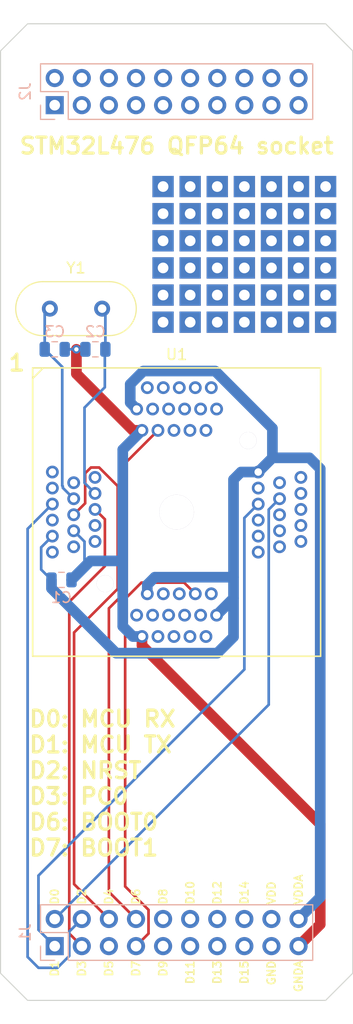
<source format=kicad_pcb>
(kicad_pcb (version 20240108) (generator "pcbnew") (generator_version "8.0")
  (title_block (title "Scaffold STM32F205 daughterboard") (date "2019-07-22") (company "LEDGER SAS") (comment 1 "Under LGPL v3 license"))
  (layers (0 "F.Cu" signal) (31 "B.Cu" signal) (34 "B.Paste" user) (35 "F.Paste" user) (36 "B.SilkS" user "B.Silkscreen") (37 "F.SilkS" user "F.Silkscreen") (38 "B.Mask" user) (39 "F.Mask" user) (44 "Edge.Cuts" user))
  (net 0 "")
  (net 1 "Net-(U1-PH0)")
  (net 2 "Net-(U1-PH1)")
  (net 4 "/D4_MCU_PC1")
  (net 10 "/D6_BOOT0")
  (net 11 "GNDA")
  (net 14 "+3V3")
  (net 22 "/D7_BOOT1")
  (net 29 "/D1_MCU_TX")
  (net 36 "/D0_MCU_RX")
  (net 49 "/D2_NRST")
  (net 52 "/D3_MCU_PC0")
  (net 68 "GND")
  (net 129 "/D10_MCU_TX")
  (net 130 "/D9_MCU_RX")
  (footprint "mykicadlibs:ALLSOCKET-QFP64" (layer "F.Cu") (at 171.45 83.82 180)
    (property "Reference" "U1" (at 0 14.75 180) (layer "F.SilkS"))
    (property "Value" "STM32L476RG")
    (fp_line (start 13.5 13.5) (end -13.5 13.5) (stroke (width 0.15)) (layer "F.SilkS"))
    (fp_line (start 13.5 12.5) (end 12.5 13.5) (stroke (width 0.15)) (layer "F.SilkS"))
    (fp_line (start 13.5 -13.5) (end 13.5 13.5) (stroke (width 0.15)) (layer "F.SilkS"))
    (fp_line (start -13.5 13.5) (end -13.5 -13.5) (stroke (width 0.15)) (layer "F.SilkS"))
    (fp_line (start -13.5 -13.5) (end 13.5 -13.5) (stroke (width 0.15)) (layer "F.SilkS"))
    (pad "1" thru_hole circle (at 11.65 3.75 180) (size 1.2 1.2) (drill 0.7) (layers "*.Cu" "*.Mask"))
    (pad "2" thru_hole circle (at 7.65 3.25 180) (size 1.2 1.2) (drill 0.7) (layers "*.Cu" "*.Mask"))
    (pad "3" thru_hole circle (at 9.65 2.75 180) (size 1.2 1.2) (drill 0.7) (layers "*.Cu" "*.Mask"))
    (pad "4" thru_hole circle (at 11.65 2.25 180) (size 1.2 1.2) (drill 0.7) (layers "*.Cu" "*.Mask"))
    (pad "5" thru_hole circle (at 7.65 1.75 180) (size 1.2 1.2) (drill 0.7) (layers "*.Cu" "*.Mask") (net 1 "Net-(U1-PH0)"))
    (pad "6" thru_hole circle (at 9.65 1.25 180) (size 1.2 1.2) (drill 0.7) (layers "*.Cu" "*.Mask") (net 2 "Net-(U1-PH1)"))
    (pad "7" thru_hole circle (at 11.65 0.75 180) (size 1.2 1.2) (drill 0.7) (layers "*.Cu" "*.Mask") (net 49 "/D2_NRST"))
    (pad "8" thru_hole circle (at 7.65 0.25 180) (size 1.2 1.2) (drill 0.7) (layers "*.Cu" "*.Mask") (net 52 "/D3_MCU_PC0"))
    (pad "9" thru_hole circle (at 9.65 -0.25 180) (size 1.2 1.2) (drill 0.7) (layers "*.Cu" "*.Mask") (net 4 "/D4_MCU_PC1"))
    (pad "10" thru_hole circle (at 11.65 -0.75 180) (size 1.2 1.2) (drill 0.7) (layers "*.Cu" "*.Mask"))
    (pad "11" thru_hole circle (at 7.65 -1.25 180) (size 1.2 1.2) (drill 0.7) (layers "*.Cu" "*.Mask"))
    (pad "12" thru_hole circle (at 9.65 -1.75 180) (size 1.2 1.2) (drill 0.7) (layers "*.Cu" "*.Mask") (net 11 "GNDA"))
    (pad "13" thru_hole circle (at 11.65 -2.25 180) (size 1.2 1.2) (drill 0.7) (layers "*.Cu" "*.Mask") (net 14 "+3V3"))
    (pad "14" thru_hole circle (at 7.65 -2.75 180) (size 1.2 1.2) (drill 0.7) (layers "*.Cu" "*.Mask"))
    (pad "15" thru_hole circle (at 9.65 -3.25 180) (size 1.2 1.2) (drill 0.7) (layers "*.Cu" "*.Mask"))
    (pad "16" thru_hole circle (at 11.65 -3.75 180) (size 1.2 1.2) (drill 0.7) (layers "*.Cu" "*.Mask"))
    (pad "17" thru_hole circle (at 3.75 -9.65 180) (size 1.2 1.2) (drill 0.7) (layers "*.Cu" "*.Mask"))
    (pad "18" thru_hole circle (at 3.25 -11.65 180) (size 1.2 1.2) (drill 0.7) (layers "*.Cu" "*.Mask") (net 11 "GNDA"))
    (pad "19" thru_hole circle (at 2.75 -7.65 180) (size 1.2 1.2) (drill 0.7) (layers "*.Cu" "*.Mask") (net 14 "+3V3"))
    (pad "20" thru_hole circle (at 2.25 -9.65 180) (size 1.2 1.2) (drill 0.7) (layers "*.Cu" "*.Mask"))
    (pad "21" thru_hole circle (at 1.75 -11.65 180) (size 1.2 1.2) (drill 0.7) (layers "*.Cu" "*.Mask"))
    (pad "22" thru_hole circle (at 1.25 -7.65 180) (size 1.2 1.2) (drill 0.7) (layers "*.Cu" "*.Mask"))
    (pad "23" thru_hole circle (at 0.75 -9.65 180) (size 1.2 1.2) (drill 0.7) (layers "*.Cu" "*.Mask"))
    (pad "24" thru_hole circle (at 0.25 -11.65 180) (size 1.2 1.2) (drill 0.7) (layers "*.Cu" "*.Mask"))
    (pad "25" thru_hole circle (at -0.25 -7.65 180) (size 1.2 1.2) (drill 0.7) (layers "*.Cu" "*.Mask"))
    (pad "26" thru_hole circle (at -0.75 -9.65 180) (size 1.2 1.2) (drill 0.7) (layers "*.Cu" "*.Mask"))
    (pad "27" thru_hole circle (at -1.25 -11.65 180) (size 1.2 1.2) (drill 0.7) (layers "*.Cu" "*.Mask"))
    (pad "28" thru_hole circle (at -1.75 -7.65 180) (size 1.2 1.2) (drill 0.7) (layers "*.Cu" "*.Mask") (net 22 "/D7_BOOT1"))
    (pad "29" thru_hole circle (at -2.25 -9.65 180) (size 1.2 1.2) (drill 0.7) (layers "*.Cu" "*.Mask"))
    (pad "30" thru_hole circle (at -2.75 -11.65 180) (size 1.2 1.2) (drill 0.7) (layers "*.Cu" "*.Mask"))
    (pad "31" thru_hole circle (at -3.25 -7.65 180) (size 1.2 1.2) (drill 0.7) (layers "*.Cu" "*.Mask"))
    (pad "32" thru_hole circle (at -3.75 -9.65 180) (size 1.2 1.2) (drill 0.7) (layers "*.Cu" "*.Mask") (net 14 "+3V3"))
    (pad "33" thru_hole circle (at -7.65 -3.75 180) (size 1.2 1.2) (drill 0.7) (layers "*.Cu" "*.Mask"))
    (pad "34" thru_hole circle (at -9.65 -3.25 180) (size 1.2 1.2) (drill 0.7) (layers "*.Cu" "*.Mask"))
    (pad "35" thru_hole circle (at -11.65 -2.75 180) (size 1.2 1.2) (drill 0.7) (layers "*.Cu" "*.Mask"))
    (pad "36" thru_hole circle (at -7.65 -2.25 180) (size 1.2 1.2) (drill 0.7) (layers "*.Cu" "*.Mask"))
    (pad "37" thru_hole circle (at -9.65 -1.75 180) (size 1.2 1.2) (drill 0.7) (layers "*.Cu" "*.Mask"))
    (pad "38" thru_hole circle (at -11.65 -1.25 180) (size 1.2 1.2) (drill 0.7) (layers "*.Cu" "*.Mask"))
    (pad "39" thru_hole circle (at -7.65 -0.75 180) (size 1.2 1.2) (drill 0.7) (layers "*.Cu" "*.Mask"))
    (pad "40" thru_hole circle (at -9.65 -0.25 180) (size 1.2 1.2) (drill 0.7) (layers "*.Cu" "*.Mask"))
    (pad "41" thru_hole circle (at -11.65 0.25 180) (size 1.2 1.2) (drill 0.7) (layers "*.Cu" "*.Mask"))
    (pad "42" thru_hole circle (at -7.65 0.75 180) (size 1.2 1.2) (drill 0.7) (layers "*.Cu" "*.Mask") (net 29 "/D1_MCU_TX"))
    (pad "43" thru_hole circle (at -9.65 1.25 180) (size 1.2 1.2) (drill 0.7) (layers "*.Cu" "*.Mask") (net 36 "/D0_MCU_RX"))
    (pad "44" thru_hole circle (at -11.65 1.75 180) (size 1.2 1.2) (drill 0.7) (layers "*.Cu" "*.Mask"))
    (pad "45" thru_hole circle (at -7.65 2.25 180) (size 1.2 1.2) (drill 0.7) (layers "*.Cu" "*.Mask"))
    (pad "46" thru_hole circle (at -9.65 2.75 180) (size 1.2 1.2) (drill 0.7) (layers "*.Cu" "*.Mask"))
    (pad "47" thru_hole circle (at -11.65 3.25 180) (size 1.2 1.2) (drill 0.7) (layers "*.Cu" "*.Mask"))
    (pad "48" thru_hole circle (at -7.65 3.75 180) (size 1.2 1.2) (drill 0.7) (layers "*.Cu" "*.Mask") (net 14 "+3V3"))
    (pad "49" thru_hole circle (at -3.75 9.65 180) (size 1.2 1.2) (drill 0.7) (layers "*.Cu" "*.Mask"))
    (pad "50" thru_hole circle (at -3.25 11.65 180) (size 1.2 1.2) (drill 0.7) (layers "*.Cu" "*.Mask"))
    (pad "51" thru_hole circle (at -2.75 7.65 180) (size 1.2 1.2) (drill 0.7) (layers "*.Cu" "*.Mask"))
    (pad "52" thru_hole circle (at -2.25 9.65 180) (size 1.2 1.2) (drill 0.7) (layers "*.Cu" "*.Mask"))
    (pad "53" thru_hole circle (at -1.75 11.65 180) (size 1.2 1.2) (drill 0.7) (layers "*.Cu" "*.Mask"))
    (pad "54" thru_hole circle (at -1.25 7.65 180) (size 1.2 1.2) (drill 0.7) (layers "*.Cu" "*.Mask"))
    (pad "55" thru_hole circle (at -0.75 9.65 180) (size 1.2 1.2) (drill 0.7) (layers "*.Cu" "*.Mask"))
    (pad "56" thru_hole circle (at -0.25 11.65 180) (size 1.2 1.2) (drill 0.7) (layers "*.Cu" "*.Mask"))
    (pad "57" thru_hole circle (at 0.25 7.65 180) (size 1.2 1.2) (drill 0.7) (layers "*.Cu" "*.Mask"))
    (pad "58" thru_hole circle (at 0.75 9.65 180) (size 1.2 1.2) (drill 0.7) (layers "*.Cu" "*.Mask"))
    (pad "59" thru_hole circle (at 1.25 11.65 180) (size 1.2 1.2) (drill 0.7) (layers "*.Cu" "*.Mask"))
    (pad "60" thru_hole circle (at 1.75 7.65 180) (size 1.2 1.2) (drill 0.7) (layers "*.Cu" "*.Mask") (net 10 "/D6_BOOT0"))
    (pad "61" thru_hole circle (at 2.25 9.65 180) (size 1.2 1.2) (drill 0.7) (layers "*.Cu" "*.Mask"))
    (pad "62" thru_hole circle (at 2.75 11.65 180) (size 1.2 1.2) (drill 0.7) (layers "*.Cu" "*.Mask"))
    (pad "63" thru_hole circle (at 3.25 7.65 180) (size 1.2 1.2) (drill 0.7) (layers "*.Cu" "*.Mask") (net 11 "GNDA"))
    (pad "64" thru_hole circle (at 3.75 9.65 180) (size 1.2 1.2) (drill 0.7) (layers "*.Cu" "*.Mask") (net 14 "+3V3"))
    (pad "~" thru_hole circle (at -6.7 6.7 180) (size 1.6 1.6) (drill 1.6) (layers "*.Cu" "*.Mask"))
    (pad "~" thru_hole circle (at 0 0 180) (size 3.25 3.25) (drill 3.25) (layers "*.Cu" "*.Mask"))
    (pad "~" thru_hole circle (at 6.7 -6.7 180) (size 1.6 1.6) (drill 1.6) (layers "*.Cu" "*.Mask"))
  )
  (footprint "mykicadlibs:TEST_BREADBOARD_RECTANGULAR" (layer "F.Cu") (at 185.42 53.34)
    (property "Reference" "TP8" (hide yes))
    (property "Value" "TestPoint" (hide yes))
    (pad "1" thru_hole rect (at 0 0) (size 2 2) (drill 1) (layers "*.Cu" "*.Mask"))
  )
  (footprint "mykicadlibs:TEST_BREADBOARD_RECTANGULAR" (layer "F.Cu") (at 170.18 55.88)
    (property "Reference" "TP30" (hide yes))
    (property "Value" "TestPoint" (hide yes))
    (pad "1" thru_hole rect (at 0 0) (size 2 2) (drill 1) (layers "*.Cu" "*.Mask"))
  )
  (footprint "mykicadlibs:TEST_BREADBOARD_RECTANGULAR" (layer "F.Cu") (at 182.88 53.34)
    (property "Reference" "TP42" (hide yes))
    (property "Value" "TestPoint" (hide yes))
    (pad "1" thru_hole rect (at 0 0) (size 2 2) (drill 1) (layers "*.Cu" "*.Mask"))
  )
  (footprint "mykicadlibs:TEST_BREADBOARD_RECTANGULAR" (layer "F.Cu") (at 175.26 66.04)
    (property "Reference" "TP41" (hide yes))
    (property "Value" "TestPoint" (hide yes))
    (pad "1" thru_hole rect (at 0 0) (size 2 2) (drill 1) (layers "*.Cu" "*.Mask"))
  )
  (footprint "mykicadlibs:TEST_BREADBOARD_RECTANGULAR" (layer "F.Cu") (at 172.72 55.88)
    (property "Reference" "TP40" (hide yes))
    (property "Value" "TestPoint" (hide yes))
    (pad "1" thru_hole rect (at 0 0) (size 2 2) (drill 1) (layers "*.Cu" "*.Mask"))
  )
  (footprint "mykicadlibs:TEST_BREADBOARD_RECTANGULAR" (layer "F.Cu") (at 180.34 53.34)
    (property "Reference" "TP1" (hide yes))
    (property "Value" "TestPoint" (hide yes))
    (pad "1" thru_hole rect (at 0 0) (size 2 2) (drill 1) (layers "*.Cu" "*.Mask"))
  )
  (footprint "mykicadlibs:TEST_BREADBOARD_RECTANGULAR" (layer "F.Cu") (at 170.18 66.04)
    (property "Reference" "TP2" (hide yes))
    (property "Value" "TestPoint" (hide yes))
    (pad "1" thru_hole rect (at 0 0) (size 2 2) (drill 1) (layers "*.Cu" "*.Mask"))
  )
  (footprint "mykicadlibs:TEST_BREADBOARD_RECTANGULAR" (layer "F.Cu") (at 177.8 66.04)
    (property "Reference" "TP3" (hide yes))
    (property "Value" "TestPoint" (hide yes))
    (pad "1" thru_hole rect (at 0 0) (size 2 2) (drill 1) (layers "*.Cu" "*.Mask"))
  )
  (footprint "mykicadlibs:TEST_BREADBOARD_RECTANGULAR" (layer "F.Cu") (at 175.26 55.88)
    (property "Reference" "TP4" (hide yes))
    (property "Value" "TestPoint" (hide yes))
    (pad "1" thru_hole rect (at 0 0) (size 2 2) (drill 1) (layers "*.Cu" "*.Mask"))
  )
  (footprint "mykicadlibs:TEST_BREADBOARD_RECTANGULAR" (layer "F.Cu") (at 177.8 53.34)
    (property "Reference" "TP5" (hide yes))
    (property "Value" "TestPoint" (hide yes))
    (pad "1" thru_hole rect (at 0 0) (size 2 2) (drill 1) (layers "*.Cu" "*.Mask"))
  )
  (footprint "mykicadlibs:TEST_BREADBOARD_RECTANGULAR" (layer "F.Cu") (at 172.72 66.04)
    (property "Reference" "TP6" (hide yes))
    (property "Value" "TestPoint" (hide yes))
    (pad "1" thru_hole rect (at 0 0) (size 2 2) (drill 1) (layers "*.Cu" "*.Mask"))
  )
  (footprint "mykicadlibs:TEST_BREADBOARD_RECTANGULAR" (layer "F.Cu") (at 180.34 66.04)
    (property "Reference" "TP7" (hide yes))
    (property "Value" "TestPoint" (hide yes))
    (pad "1" thru_hole rect (at 0 0) (size 2 2) (drill 1) (layers "*.Cu" "*.Mask"))
  )
  (footprint "mykicadlibs:TEST_BREADBOARD_RECTANGULAR" (layer "F.Cu") (at 177.8 63.5)
    (property "Reference" "TP9" (hide yes))
    (property "Value" "TestPoint" (hide yes))
    (pad "1" thru_hole rect (at 0 0) (size 2 2) (drill 1) (layers "*.Cu" "*.Mask"))
  )
  (footprint "mykicadlibs:TEST_BREADBOARD_RECTANGULAR" (layer "F.Cu") (at 177.8 55.88)
    (property "Reference" "TP10" (hide yes))
    (property "Value" "TestPoint" (hide yes))
    (pad "1" thru_hole rect (at 0 0) (size 2 2) (drill 1) (layers "*.Cu" "*.Mask"))
  )
  (footprint "mykicadlibs:TEST_BREADBOARD_RECTANGULAR" (layer "F.Cu") (at 175.26 53.34)
    (property "Reference" "TP11" (hide yes))
    (property "Value" "TestPoint" (hide yes))
    (pad "1" thru_hole rect (at 0 0) (size 2 2) (drill 1) (layers "*.Cu" "*.Mask"))
  )
  (footprint "mykicadlibs:TEST_BREADBOARD_RECTANGULAR" (layer "F.Cu") (at 185.42 66.04)
    (property "Reference" "TP12" (hide yes))
    (property "Value" "TestPoint" (hide yes))
    (pad "1" thru_hole rect (at 0 0) (size 2 2) (drill 1) (layers "*.Cu" "*.Mask"))
  )
  (footprint "mykicadlibs:TEST_BREADBOARD_RECTANGULAR" (layer "F.Cu") (at 182.88 66.04)
    (property "Reference" "TP13" (hide yes))
    (property "Value" "TestPoint" (hide yes))
    (pad "1" thru_hole rect (at 0 0) (size 2 2) (drill 1) (layers "*.Cu" "*.Mask"))
  )
  (footprint "mykicadlibs:TEST_BREADBOARD_RECTANGULAR" (layer "F.Cu") (at 180.34 63.5)
    (property "Reference" "TP14" (hide yes))
    (property "Value" "TestPoint" (hide yes))
    (pad "1" thru_hole rect (at 0 0) (size 2 2) (drill 1) (layers "*.Cu" "*.Mask"))
  )
  (footprint "mykicadlibs:TEST_BREADBOARD_RECTANGULAR" (layer "F.Cu") (at 180.34 55.88)
    (property "Reference" "TP15" (hide yes))
    (property "Value" "TestPoint" (hide yes))
    (pad "1" thru_hole rect (at 0 0) (size 2 2) (drill 1) (layers "*.Cu" "*.Mask"))
  )
  (footprint "mykicadlibs:TEST_BREADBOARD_RECTANGULAR" (layer "F.Cu") (at 172.72 53.34)
    (property "Reference" "TP16" (hide yes))
    (property "Value" "TestPoint" (hide yes))
    (pad "1" thru_hole rect (at 0 0) (size 2 2) (drill 1) (layers "*.Cu" "*.Mask"))
  )
  (footprint "mykicadlibs:TEST_BREADBOARD_RECTANGULAR" (layer "F.Cu") (at 170.18 63.5)
    (property "Reference" "TP18" (hide yes))
    (property "Value" "TestPoint" (hide yes))
    (pad "1" thru_hole rect (at 0 0) (size 2 2) (drill 1) (layers "*.Cu" "*.Mask"))
  )
  (footprint "mykicadlibs:TEST_BREADBOARD_RECTANGULAR" (layer "F.Cu") (at 175.26 63.5)
    (property "Reference" "TP38" (hide yes))
    (property "Value" "TestPoint" (hide yes))
    (pad "1" thru_hole rect (at 0 0) (size 2 2) (drill 1) (layers "*.Cu" "*.Mask"))
  )
  (footprint "mykicadlibs:TEST_BREADBOARD_RECTANGULAR" (layer "F.Cu") (at 170.18 60.96)
    (property "Reference" "TP19" (hide yes))
    (property "Value" "TestPoint" (hide yes))
    (pad "1" thru_hole rect (at 0 0) (size 2 2) (drill 1) (layers "*.Cu" "*.Mask"))
  )
  (footprint "mykicadlibs:TEST_BREADBOARD_RECTANGULAR" (layer "F.Cu") (at 182.88 55.88)
    (property "Reference" "TP20" (hide yes))
    (property "Value" "TestPoint" (hide yes))
    (pad "1" thru_hole rect (at 0 0) (size 2 2) (drill 1) (layers "*.Cu" "*.Mask"))
  )
  (footprint "mykicadlibs:TEST_BREADBOARD_RECTANGULAR" (layer "F.Cu") (at 170.18 53.34)
    (property "Reference" "TP21" (hide yes))
    (property "Value" "TestPoint" (hide yes))
    (pad "1" thru_hole rect (at 0 0) (size 2 2) (drill 1) (layers "*.Cu" "*.Mask"))
  )
  (footprint "mykicadlibs:TEST_BREADBOARD_RECTANGULAR" (layer "F.Cu") (at 172.72 63.5)
    (property "Reference" "TP22" (hide yes))
    (property "Value" "TestPoint" (hide yes))
    (pad "1" thru_hole rect (at 0 0) (size 2 2) (drill 1) (layers "*.Cu" "*.Mask"))
  )
  (footprint "mykicadlibs:TEST_BREADBOARD_RECTANGULAR" (layer "F.Cu") (at 182.88 63.5)
    (property "Reference" "TP23" (hide yes))
    (property "Value" "TestPoint" (hide yes))
    (pad "1" thru_hole rect (at 0 0) (size 2 2) (drill 1) (layers "*.Cu" "*.Mask"))
  )
  (footprint "mykicadlibs:TEST_BREADBOARD_RECTANGULAR" (layer "F.Cu") (at 175.26 60.96)
    (property "Reference" "TP24" (hide yes))
    (property "Value" "TestPoint" (hide yes))
    (pad "1" thru_hole rect (at 0 0) (size 2 2) (drill 1) (layers "*.Cu" "*.Mask"))
  )
  (footprint "mykicadlibs:TEST_BREADBOARD_RECTANGULAR" (layer "F.Cu") (at 185.42 55.88)
    (property "Reference" "TP25" (hide yes))
    (property "Value" "TestPoint" (hide yes))
    (pad "1" thru_hole rect (at 0 0) (size 2 2) (drill 1) (layers "*.Cu" "*.Mask"))
  )
  (footprint "mykicadlibs:TEST_BREADBOARD_RECTANGULAR" (layer "F.Cu") (at 170.18 58.42)
    (property "Reference" "TP26" (hide yes))
    (property "Value" "TestPoint" (hide yes))
    (pad "1" thru_hole rect (at 0 0) (size 2 2) (drill 1) (layers "*.Cu" "*.Mask"))
  )
  (footprint "mykicadlibs:TEST_BREADBOARD_RECTANGULAR" (layer "F.Cu") (at 180.34 60.96)
    (property "Reference" "TP27" (hide yes))
    (property "Value" "TestPoint" (hide yes))
    (pad "1" thru_hole rect (at 0 0) (size 2 2) (drill 1) (layers "*.Cu" "*.Mask"))
  )
  (footprint "mykicadlibs:TEST_BREADBOARD_RECTANGULAR" (layer "F.Cu") (at 185.42 63.5)
    (property "Reference" "TP28" (hide yes))
    (property "Value" "TestPoint" (hide yes))
    (pad "1" thru_hole rect (at 0 0) (size 2 2) (drill 1) (layers "*.Cu" "*.Mask"))
  )
  (footprint "mykicadlibs:TEST_BREADBOARD_RECTANGULAR" (layer "F.Cu") (at 177.8 60.96)
    (property "Reference" "TP17" (hide yes))
    (property "Value" "TestPoint" (hide yes))
    (pad "1" thru_hole rect (at 0 0) (size 2 2) (drill 1) (layers "*.Cu" "*.Mask"))
  )
  (footprint "mykicadlibs:TEST_BREADBOARD_RECTANGULAR" (layer "F.Cu") (at 177.8 58.42)
    (property "Reference" "TP39" (hide yes))
    (property "Value" "TestPoint" (hide yes))
    (pad "1" thru_hole rect (at 0 0) (size 2 2) (drill 1) (layers "*.Cu" "*.Mask"))
  )
  (footprint "mykicadlibs:TEST_BREADBOARD_RECTANGULAR" (layer "F.Cu") (at 172.72 58.42)
    (property "Reference" "TP37" (hide yes))
    (property "Value" "TestPoint" (hide yes))
    (pad "1" thru_hole rect (at 0 0) (size 2 2) (drill 1) (layers "*.Cu" "*.Mask"))
  )
  (footprint "mykicadlibs:TEST_BREADBOARD_RECTANGULAR" (layer "F.Cu") (at 182.88 60.96)
    (property "Reference" "TP36" (hide yes))
    (property "Value" "TestPoint" (hide yes))
    (pad "1" thru_hole rect (at 0 0) (size 2 2) (drill 1) (layers "*.Cu" "*.Mask"))
  )
  (footprint "mykicadlibs:TEST_BREADBOARD_RECTANGULAR" (layer "F.Cu") (at 172.72 60.96)
    (property "Reference" "TP35" (hide yes))
    (property "Value" "TestPoint" (hide yes))
    (pad "1" thru_hole rect (at 0 0) (size 2 2) (drill 1) (layers "*.Cu" "*.Mask"))
  )
  (footprint "mykicadlibs:TEST_BREADBOARD_RECTANGULAR" (layer "F.Cu") (at 182.88 58.42)
    (property "Reference" "TP34" (hide yes))
    (property "Value" "TestPoint" (hide yes))
    (pad "1" thru_hole rect (at 0 0) (size 2 2) (drill 1) (layers "*.Cu" "*.Mask"))
  )
  (footprint "mykicadlibs:TEST_BREADBOARD_RECTANGULAR" (layer "F.Cu") (at 175.26 58.42)
    (property "Reference" "TP33" (hide yes))
    (property "Value" "TestPoint" (hide yes))
    (pad "1" thru_hole rect (at 0 0) (size 2 2) (drill 1) (layers "*.Cu" "*.Mask"))
  )
  (footprint "mykicadlibs:TEST_BREADBOARD_RECTANGULAR" (layer "F.Cu") (at 185.42 60.96)
    (property "Reference" "TP32" (hide yes))
    (property "Value" "TestPoint" (hide yes))
    (pad "1" thru_hole rect (at 0 0) (size 2 2) (drill 1) (layers "*.Cu" "*.Mask"))
  )
  (footprint "mykicadlibs:TEST_BREADBOARD_RECTANGULAR" (layer "F.Cu") (at 185.42 58.42)
    (property "Reference" "TP31" (hide yes))
    (property "Value" "TestPoint" (hide yes))
    (pad "1" thru_hole rect (at 0 0) (size 2 2) (drill 1) (layers "*.Cu" "*.Mask"))
  )
  (footprint "mykicadlibs:TEST_BREADBOARD_RECTANGULAR" (layer "F.Cu") (at 180.34 58.42)
    (property "Reference" "TP29" (hide yes))
    (property "Value" "TestPoint" (hide yes))
    (pad "1" thru_hole rect (at 0 0) (size 2 2) (drill 1) (layers "*.Cu" "*.Mask"))
  )
  (footprint "Crystal:Crystal_HC18-U_Vertical" (layer "F.Cu") (at 164.465 64.77 180)
    (property "Reference" "Y1" (at 2.45 3.81 180) (layer "F.SilkS"))
    (property "Value" "Crystal_Small")
    (fp_line (start -0.675 2.525) (end 5.575 2.525) (stroke (width 0.12)) (layer "F.SilkS"))
    (fp_line (start -0.675 -2.525) (end 5.575 -2.525) (stroke (width 0.12)) (layer "F.SilkS"))
    (fp_arc (start 5.575 -2.525) (mid 8.1 0) (end 5.575 2.525) (stroke (width 0.12)) (layer "F.SilkS"))
    (fp_arc (start -0.675 2.525) (mid -3.2 0) (end -0.675 -2.525) (stroke (width 0.12)) (layer "F.SilkS"))
    (pad "1" thru_hole circle (at 0 0 180) (size 1.5 1.5) (drill 0.8) (layers "*.Cu" "*.Mask") (net 1 "Net-(U1-PH0)"))
    (pad "2" thru_hole circle (at 4.9 0 180) (size 1.5 1.5) (drill 0.8) (layers "*.Cu" "*.Mask") (net 2 "Net-(U1-PH1)"))
  )
  (footprint "Connector_PinSocket_2.54mm:PinSocket_2x10_P2.54mm_Vertical" (layer "B.Cu") (at 160.02 124.46 -90)
    (property "Reference" "J1" (at -1.27 2.77 -90) (layer "B.SilkS") (effects (justify mirror)))
    (property "Value" "Conn_02x10_Odd_Even")
    (fp_line (start -3.87 1.33) (end -1.27 1.33) (stroke (width 0.12)) (layer "B.SilkS"))
    (fp_line (start -3.87 1.33) (end -3.87 -24.19) (stroke (width 0.12)) (layer "B.SilkS"))
    (fp_line (start -1.27 1.33) (end -1.27 -1.27) (stroke (width 0.12)) (layer "B.SilkS"))
    (fp_line (start 0 1.33) (end 1.33 1.33) (stroke (width 0.12)) (layer "B.SilkS"))
    (fp_line (start 1.33 1.33) (end 1.33 0) (stroke (width 0.12)) (layer "B.SilkS"))
    (fp_line (start -1.27 -1.27) (end 1.33 -1.27) (stroke (width 0.12)) (layer "B.SilkS"))
    (fp_line (start 1.33 -1.27) (end 1.33 -24.19) (stroke (width 0.12)) (layer "B.SilkS"))
    (fp_line (start -3.87 -24.19) (end 1.33 -24.19) (stroke (width 0.12)) (layer "B.SilkS"))
    (pad "1" thru_hole rect (at 0 0 270) (size 1.7 1.7) (drill 1) (layers "*.Cu" "*.Mask") (net 29 "/D1_MCU_TX"))
    (pad "2" thru_hole oval (at -2.54 0 270) (size 1.7 1.7) (drill 1) (layers "*.Cu" "*.Mask") (net 36 "/D0_MCU_RX"))
    (pad "3" thru_hole oval (at 0 -2.54 270) (size 1.7 1.7) (drill 1) (layers "*.Cu" "*.Mask") (net 52 "/D3_MCU_PC0"))
    (pad "4" thru_hole oval (at -2.54 -2.54 270) (size 1.7 1.7) (drill 1) (layers "*.Cu" "*.Mask") (net 49 "/D2_NRST"))
    (pad "5" thru_hole oval (at 0 -5.08 270) (size 1.7 1.7) (drill 1) (layers "*.Cu" "*.Mask"))
    (pad "6" thru_hole oval (at -2.54 -5.08 270) (size 1.7 1.7) (drill 1) (layers "*.Cu" "*.Mask") (net 4 "/D4_MCU_PC1"))
    (pad "7" thru_hole oval (at 0 -7.62 270) (size 1.7 1.7) (drill 1) (layers "*.Cu" "*.Mask") (net 22 "/D7_BOOT1"))
    (pad "8" thru_hole oval (at -2.54 -7.62 270) (size 1.7 1.7) (drill 1) (layers "*.Cu" "*.Mask") (net 10 "/D6_BOOT0"))
    (pad "9" thru_hole oval (at 0 -10.16 270) (size 1.7 1.7) (drill 1) (layers "*.Cu" "*.Mask") (net 130 "/D9_MCU_RX"))
    (pad "10" thru_hole oval (at -2.54 -10.16 270) (size 1.7 1.7) (drill 1) (layers "*.Cu" "*.Mask") (net 129 "/D10_MCU_TX"))
    (pad "11" thru_hole oval (at 0 -12.7 270) (size 1.7 1.7) (drill 1) (layers "*.Cu" "*.Mask"))
    (pad "12" thru_hole oval (at -2.54 -12.7 270) (size 1.7 1.7) (drill 1) (layers "*.Cu" "*.Mask"))
    (pad "13" thru_hole oval (at 0 -15.24 270) (size 1.7 1.7) (drill 1) (layers "*.Cu" "*.Mask"))
    (pad "14" thru_hole oval (at -2.54 -15.24 270) (size 1.7 1.7) (drill 1) (layers "*.Cu" "*.Mask"))
    (pad "15" thru_hole oval (at 0 -17.78 270) (size 1.7 1.7) (drill 1) (layers "*.Cu" "*.Mask"))
    (pad "16" thru_hole oval (at -2.54 -17.78 270) (size 1.7 1.7) (drill 1) (layers "*.Cu" "*.Mask"))
    (pad "17" thru_hole oval (at 0 -20.32 270) (size 1.7 1.7) (drill 1) (layers "*.Cu" "*.Mask") (net 68 "GND"))
    (pad "18" thru_hole oval (at -2.54 -20.32 270) (size 1.7 1.7) (drill 1) (layers "*.Cu" "*.Mask"))
    (pad "19" thru_hole oval (at 0 -22.86 270) (size 1.7 1.7) (drill 1) (layers "*.Cu" "*.Mask") (net 11 "GNDA"))
    (pad "20" thru_hole oval (at -2.54 -22.86 270) (size 1.7 1.7) (drill 1) (layers "*.Cu" "*.Mask") (net 14 "+3V3"))
  )
  (footprint "Connector_PinSocket_2.54mm:PinSocket_2x10_P2.54mm_Vertical" (layer "B.Cu") (at 160.02 45.72 -90)
    (property "Reference" "J2" (at -1.27 2.77 -90) (layer "B.SilkS") (effects (justify mirror)))
    (property "Value" "Conn_02x10_Odd_Even")
    (fp_line (start -3.87 1.33) (end -1.27 1.33) (stroke (width 0.12)) (layer "B.SilkS"))
    (fp_line (start -3.87 1.33) (end -3.87 -24.19) (stroke (width 0.12)) (layer "B.SilkS"))
    (fp_line (start -1.27 1.33) (end -1.27 -1.27) (stroke (width 0.12)) (layer "B.SilkS"))
    (fp_line (start 0 1.33) (end 1.33 1.33) (stroke (width 0.12)) (layer "B.SilkS"))
    (fp_line (start 1.33 1.33) (end 1.33 0) (stroke (width 0.12)) (layer "B.SilkS"))
    (fp_line (start -1.27 -1.27) (end 1.33 -1.27) (stroke (width 0.12)) (layer "B.SilkS"))
    (fp_line (start 1.33 -1.27) (end 1.33 -24.19) (stroke (width 0.12)) (layer "B.SilkS"))
    (fp_line (start -3.87 -24.19) (end 1.33 -24.19) (stroke (width 0.12)) (layer "B.SilkS"))
    (pad "1" thru_hole rect (at 0 0 270) (size 1.7 1.7) (drill 1) (layers "*.Cu" "*.Mask"))
    (pad "2" thru_hole oval (at -2.54 0 270) (size 1.7 1.7) (drill 1) (layers "*.Cu" "*.Mask"))
    (pad "3" thru_hole oval (at 0 -2.54 270) (size 1.7 1.7) (drill 1) (layers "*.Cu" "*.Mask"))
    (pad "4" thru_hole oval (at -2.54 -2.54 270) (size 1.7 1.7) (drill 1) (layers "*.Cu" "*.Mask"))
    (pad "5" thru_hole oval (at 0 -5.08 270) (size 1.7 1.7) (drill 1) (layers "*.Cu" "*.Mask"))
    (pad "6" thru_hole oval (at -2.54 -5.08 270) (size 1.7 1.7) (drill 1) (layers "*.Cu" "*.Mask"))
    (pad "7" thru_hole oval (at 0 -7.62 270) (size 1.7 1.7) (drill 1) (layers "*.Cu" "*.Mask"))
    (pad "8" thru_hole oval (at -2.54 -7.62 270) (size 1.7 1.7) (drill 1) (layers "*.Cu" "*.Mask"))
    (pad "9" thru_hole oval (at 0 -10.16 270) (size 1.7 1.7) (drill 1) (layers "*.Cu" "*.Mask"))
    (pad "10" thru_hole oval (at -2.54 -10.16 270) (size 1.7 1.7) (drill 1) (layers "*.Cu" "*.Mask"))
    (pad "11" thru_hole oval (at 0 -12.7 270) (size 1.7 1.7) (drill 1) (layers "*.Cu" "*.Mask"))
    (pad "12" thru_hole oval (at -2.54 -12.7 270) (size 1.7 1.7) (drill 1) (layers "*.Cu" "*.Mask"))
    (pad "13" thru_hole oval (at 0 -15.24 270) (size 1.7 1.7) (drill 1) (layers "*.Cu" "*.Mask"))
    (pad "14" thru_hole oval (at -2.54 -15.24 270) (size 1.7 1.7) (drill 1) (layers "*.Cu" "*.Mask"))
    (pad "15" thru_hole oval (at 0 -17.78 270) (size 1.7 1.7) (drill 1) (layers "*.Cu" "*.Mask"))
    (pad "16" thru_hole oval (at -2.54 -17.78 270) (size 1.7 1.7) (drill 1) (layers "*.Cu" "*.Mask"))
    (pad "17" thru_hole oval (at 0 -20.32 270) (size 1.7 1.7) (drill 1) (layers "*.Cu" "*.Mask"))
    (pad "18" thru_hole oval (at -2.54 -20.32 270) (size 1.7 1.7) (drill 1) (layers "*.Cu" "*.Mask"))
    (pad "19" thru_hole oval (at 0 -22.86 270) (size 1.7 1.7) (drill 1) (layers "*.Cu" "*.Mask"))
    (pad "20" thru_hole oval (at -2.54 -22.86 270) (size 1.7 1.7) (drill 1) (layers "*.Cu" "*.Mask"))
  )
  (footprint "Capacitor_SMD:C_0805_2012Metric" (layer "B.Cu") (at 160.655 90.17)
    (property "Reference" "C1" (at 0 1.65 0) (layer "B.SilkS") (effects (justify mirror)))
    (property "Value" "100n")
    (fp_line (start -0.258578 -0.71) (end 0.258578 -0.71) (stroke (width 0.12)) (layer "B.SilkS"))
    (fp_line (start -0.258578 0.71) (end 0.258578 0.71) (stroke (width 0.12)) (layer "B.SilkS"))
    (pad "1" smd roundrect (at -0.9375 0) (size 0.975 1.4) (layers "B.Cu" "B.Paste" "B.Mask") (net 14 "+3V3"))
    (pad "2" smd roundrect (at 0.9375 0) (size 0.975 1.4) (layers "B.Cu" "B.Paste" "B.Mask") (net 11 "GNDA"))
  )
  (footprint "Capacitor_SMD:C_0805_2012Metric" (layer "B.Cu") (at 160.02 68.58 180)
    (property "Reference" "C3" (at 0 1.651 180) (layer "B.SilkS") (effects (justify mirror)))
    (property "Value" "27p")
    (fp_line (start -0.258578 0.71) (end 0.258578 0.71) (stroke (width 0.12)) (layer "B.SilkS"))
    (fp_line (start -0.258578 -0.71) (end 0.258578 -0.71) (stroke (width 0.12)) (layer "B.SilkS"))
    (pad "1" smd roundrect (at -0.9375 0 180) (size 0.975 1.4) (layers "B.Cu" "B.Paste" "B.Mask") (net 11 "GNDA"))
    (pad "2" smd roundrect (at 0.9375 0 180) (size 0.975 1.4) (layers "B.Cu" "B.Paste" "B.Mask") (net 2 "Net-(U1-PH1)"))
  )
  (footprint "Capacitor_SMD:C_0805_2012Metric" (layer "B.Cu") (at 163.83 68.58)
    (property "Reference" "C2" (at 0 -1.651 0) (layer "B.SilkS") (effects (justify mirror)))
    (property "Value" "27p")
    (fp_line (start -0.258578 -0.71) (end 0.258578 -0.71) (stroke (width 0.12)) (layer "B.SilkS"))
    (fp_line (start -0.258578 0.71) (end 0.258578 0.71) (stroke (width 0.12)) (layer "B.SilkS"))
    (pad "1" smd roundrect (at -0.9375 0) (size 0.975 1.4) (layers "B.Cu" "B.Paste" "B.Mask") (net 11 "GNDA"))
    (pad "2" smd roundrect (at 0.9375 0) (size 0.975 1.4) (layers "B.Cu" "B.Paste" "B.Mask") (net 1 "Net-(U1-PH0)"))
  )
  (gr_line (start 154.94 40.64) (end 157.48 38.1) (stroke (width 0.1)) (layer "Edge.Cuts"))
  (gr_line (start 185.42 129.54) (end 157.48 129.54) (stroke (width 0.1)) (layer "Edge.Cuts"))
  (gr_line (start 187.96 127) (end 185.42 129.54) (stroke (width 0.1)) (layer "Edge.Cuts"))
  (gr_line (start 154.94 127) (end 154.94 40.64) (stroke (width 0.1)) (layer "Edge.Cuts"))
  (gr_line (start 185.42 38.1) (end 187.96 40.64) (stroke (width 0.1)) (layer "Edge.Cuts"))
  (gr_line (start 157.48 129.54) (end 154.94 127) (stroke (width 0.1)) (layer "Edge.Cuts"))
  (gr_line (start 157.48 38.1) (end 185.42 38.1) (stroke (width 0.1)) (layer "Edge.Cuts"))
  (gr_line (start 187.96 40.64) (end 187.96 127) (stroke (width 0.1)) (layer "Edge.Cuts"))
  (gr_text "GNDA" (at 182.88 125.73 90) (layer "F.SilkS") (effects (font (size 0.75 0.75)) (justify right)))
  (gr_text "GND" (at 180.34 125.73 90) (layer "F.SilkS") (effects (font (size 0.75 0.75)) (justify right)))
  (gr_text "D15" (at 177.8 125.73 90) (layer "F.SilkS") (effects (font (size 0.75 0.75)) (justify right)))
  (gr_text "D13" (at 175.26 125.73 90) (layer "F.SilkS") (effects (font (size 0.75 0.75)) (justify right)))
  (gr_text "D11" (at 172.72 125.73 90) (layer "F.SilkS") (effects (font (size 0.75 0.75)) (justify right)))
  (gr_text "D9" (at 170.18 125.73 90) (layer "F.SilkS") (effects (font (size 0.75 0.75)) (justify right)))
  (gr_text "D7" (at 167.64 125.73 90) (layer "F.SilkS") (effects (font (size 0.75 0.75)) (justify right)))
  (gr_text "D5" (at 165.1 125.73 90) (layer "F.SilkS") (effects (font (size 0.75 0.75)) (justify right)))
  (gr_text "D3" (at 162.56 125.73 90) (layer "F.SilkS") (effects (font (size 0.75 0.75)) (justify right)))
  (gr_text "D1" (at 160.02 125.73 90) (layer "F.SilkS") (effects (font (size 0.75 0.75)) (justify right)))
  (gr_text "D0" (at 160.02 120.65 90) (layer "F.SilkS") (effects (font (size 0.75 0.75)) (justify left)))
  (gr_text "D2" (at 162.56 120.65 90) (layer "F.SilkS") (effects (font (size 0.75 0.75)) (justify left)))
  (gr_text "D4" (at 165.1 120.65 90) (layer "F.SilkS") (effects (font (size 0.75 0.75)) (justify left)))
  (gr_text "D6" (at 167.64 120.65 90) (layer "F.SilkS") (effects (font (size 0.75 0.75)) (justify left)))
  (gr_text "D8" (at 170.18 120.65 90) (layer "F.SilkS") (effects (font (size 0.75 0.75)) (justify left)))
  (gr_text "D10" (at 172.72 120.65 90) (layer "F.SilkS") (effects (font (size 0.75 0.75)) (justify left)))
  (gr_text "D12" (at 175.26 120.65 90) (layer "F.SilkS") (effects (font (size 0.75 0.75)) (justify left)))
  (gr_text "D14" (at 177.8 120.65 90) (layer "F.SilkS") (effects (font (size 0.75 0.75)) (justify left)))
  (gr_text "VDD" (at 180.34 120.65 90) (layer "F.SilkS") (effects (font (size 0.75 0.75)) (justify left)))
  (gr_text "VDDA" (at 182.88 120.65 90) (layer "F.SilkS") (effects (font (size 0.75 0.75)) (justify left)))
  (gr_text "D0: MCU RX\nD1: MCU TX\nD2: NRST\nD3: PC0\nD6: BOOT0\nD7: BOOT1" (at 157.48 109.22 0) (layer "F.SilkS") (effects (font (size 1.5 1.5) (thickness 0.3)) (justify left)))
  (gr_text "STM32L476 QFP64 socket" (at 171.45 49.53 0) (layer "F.SilkS") (effects (font (size 1.5 1.5) (thickness 0.3))))
  (gr_text "1" (at 156.464 69.85 0) (layer "F.SilkS") (effects (font (size 1.5 1.5) (thickness 0.3))))
  (segment (start 164.7675 65.0725) (end 164.465 64.77) (width 0.25) (layer "B.Cu") (net 1))
  (segment (start 164.7675 68.58) (end 164.7675 65.0725) (width 0.25) (layer "B.Cu") (net 1))
  (segment (start 164.7675 68.58) (end 164.719 68.6285) (width 0.25) (layer "B.Cu") (net 1))
  (segment (start 162.814 81.084) (end 163.200001 81.470001) (width 0.25) (layer "B.Cu") (net 1))
  (segment (start 164.719 68.6285) (end 164.719 72.136) (width 0.25) (layer "B.Cu") (net 1))
  (segment (start 162.814 74.041) (end 162.814 81.084) (width 0.25) (layer "B.Cu") (net 1))
  (segment (start 163.200001 81.470001) (end 163.8 82.07) (width 0.25) (layer "B.Cu") (net 1))
  (segment (start 164.719 72.136) (end 162.814 74.041) (width 0.25) (layer "B.Cu") (net 1))
  (segment (start 159.0825 68.58) (end 159.0825 65.2525) (width 0.25) (layer "B.Cu") (net 2))
  (segment (start 159.0825 65.2525) (end 159.565 64.77) (width 0.25) (layer "B.Cu") (net 2))
  (segment (start 160.725001 81.350001) (end 160.725001 70.222501) (width 0.25) (layer "B.Cu") (net 2))
  (segment (start 160.725001 70.222501) (end 159.638737 69.136237) (width 0.25) (layer "B.Cu") (net 2))
  (segment (start 160.77999 81.54999) (end 160.77999 81.40499) (width 0.25) (layer "B.Cu") (net 2))
  (segment (start 160.77999 81.40499) (end 160.725001 81.350001) (width 0.25) (layer "B.Cu") (net 2))
  (segment (start 161.8 82.57) (end 160.77999 81.54999) (width 0.25) (layer "B.Cu") (net 2))
  (segment (start 159.638737 69.136237) (end 159.0825 68.58) (width 0.25) (layer "B.Cu") (net 2))
  (segment (start 165.925 91.006701) (end 161.834999 95.096702) (width 0.25) (layer "F.Cu") (net 4))
  (segment (start 165.925 81.386852) (end 165.925 91.006701) (width 0.25) (layer "F.Cu") (net 4))
  (segment (start 161.8 84.07) (end 162.875 82.995) (width 0.25) (layer "F.Cu") (net 4))
  (segment (start 161.834999 118.654999) (end 165.1 121.92) (width 0.25) (layer "F.Cu") (net 4))
  (segment (start 162.875 82.995) (end 162.875 80.186852) (width 0.25) (layer "F.Cu") (net 4))
  (segment (start 164.183148 79.645) (end 165.925 81.386852) (width 0.25) (layer "F.Cu") (net 4))
  (segment (start 162.875 80.186852) (end 163.416852 79.645) (width 0.25) (layer "F.Cu") (net 4))
  (segment (start 161.834999 95.096702) (end 161.834999 118.654999) (width 0.25) (layer "F.Cu") (net 4))
  (segment (start 163.416852 79.645) (end 164.183148 79.645) (width 0.25) (layer "F.Cu") (net 4))
  (segment (start 166.774999 91.160605) (end 166.774999 79.095001) (width 0.25) (layer "F.Cu") (net 10))
  (segment (start 167.64 121.92) (end 165.1 119.38) (width 0.25) (layer "F.Cu") (net 10))
  (segment (start 165.1 92.835604) (end 166.774999 91.160605) (width 0.25) (layer "F.Cu") (net 10))
  (segment (start 165.1 119.38) (end 165.1 92.835604) (width 0.25) (layer "F.Cu") (net 10))
  (segment (start 166.774999 79.095001) (end 169.7 76.17) (width 0.25) (layer "F.Cu") (net 10))
  (segment (start 184.912 113.030528) (end 168.2 96.318528) (width 1) (layer "F.Cu") (net 11))
  (segment (start 182.88 124.46) (end 184.912 122.428) (width 1) (layer "F.Cu") (net 11))
  (segment (start 168.2 76.17) (end 167.351472 76.17) (width 1) (layer "F.Cu") (net 11))
  (segment (start 168.2 96.318528) (end 168.2 95.47) (width 1) (layer "F.Cu") (net 11))
  (segment (start 167.351472 76.17) (end 162.052 70.870528) (width 1) (layer "F.Cu") (net 11))
  (segment (start 184.912 122.428) (end 184.912 113.030528) (width 1) (layer "F.Cu") (net 11))
  (segment (start 162.052 70.870528) (end 162.052 68.58) (width 1) (layer "F.Cu") (net 11))
  (via (at 162.052 68.58) (size 0.8) (drill 0.4) (layers "F.Cu" "B.Cu") (net 11))
  (segment (start 160.9575 68.58) (end 162.052 68.58) (width 0.25) (layer "B.Cu") (net 11))
  (segment (start 162.052 68.58) (end 162.8925 68.58) (width 0.25) (layer "B.Cu") (net 11))
  (segment (start 167.600001 76.769999) (end 168.2 76.17) (width 1) (layer "B.Cu") (net 11))
  (segment (start 163.3705 88.392) (end 166.399999 88.392) (width 1) (layer "B.Cu") (net 11))
  (segment (start 168.2 95.47) (end 167.351472 95.47) (width 1) (layer "B.Cu") (net 11))
  (segment (start 161.5925 90.17) (end 163.3705 88.392) (width 1) (layer "B.Cu") (net 11))
  (segment (start 162.814 88.9485) (end 162.814 86.584) (width 0.25) (layer "B.Cu") (net 11))
  (segment (start 166.399999 77.970001) (end 167.600001 76.769999) (width 1) (layer "B.Cu") (net 11))
  (segment (start 166.399999 94.518527) (end 166.399999 88.392) (width 1) (layer "B.Cu") (net 11))
  (segment (start 166.399999 88.392) (end 166.399999 77.970001) (width 1) (layer "B.Cu") (net 11))
  (segment (start 162.399999 86.169999) (end 161.8 85.57) (width 0.25) (layer "B.Cu") (net 11))
  (segment (start 162.814 86.584) (end 162.399999 86.169999) (width 0.25) (layer "B.Cu") (net 11))
  (segment (start 161.5925 90.17) (end 162.814 88.9485) (width 0.25) (layer "B.Cu") (net 11))
  (segment (start 167.351472 95.47) (end 166.399999 94.518527) (width 1) (layer "B.Cu") (net 11))
  (segment (start 159.7175 90.17) (end 159.7175 90.97) (width 1) (layer "B.Cu") (net 14))
  (segment (start 168.333998 70.612) (end 175.066002 70.612) (width 1) (layer "B.Cu") (net 14))
  (segment (start 175.066002 70.612) (end 180.43 75.975998) (width 1) (layer "B.Cu") (net 14))
  (segment (start 159.161263 89.613763) (end 159.7175 90.17) (width 0.25) (layer "B.Cu") (net 14))
  (segment (start 179.1 80.07) (end 177.486 80.07) (width 1) (layer "B.Cu") (net 14))
  (segment (start 165.7755 97.028) (end 175.26 97.028) (width 1) (layer "B.Cu") (net 14))
  (segment (start 168.7 90.621472) (end 169.405472 89.916) (width 1) (layer "B.Cu") (net 14))
  (segment (start 169.405472 89.916) (end 176.784 89.916) (width 1) (layer "B.Cu") (net 14))
  (segment (start 177.486 80.07) (end 176.784 80.772) (width 1) (layer "B.Cu") (net 14))
  (segment (start 179.699999 79.470001) (end 179.1 80.07) (width 1) (layer "B.Cu") (net 14))
  (segment (start 176.784 89.916) (end 176.784 91.886) (width 1) (layer "B.Cu") (net 14))
  (segment (start 167.100001 71.845997) (end 168.333998 70.612) (width 1) (layer "B.Cu") (net 14))
  (segment (start 158.75 87.12) (end 158.75 89.2025) (width 0.25) (layer "B.Cu") (net 14))
  (segment (start 159.8 86.07) (end 158.75 87.12) (width 0.25) (layer "B.Cu") (net 14))
  (segment (start 175.26 97.028) (end 176.784 95.504) (width 1) (layer "B.Cu") (net 14))
  (segment (start 167.7 74.17) (end 167.100001 73.570001) (width 1) (layer "B.Cu") (net 14))
  (segment (start 158.75 89.2025) (end 159.161263 89.613763) (width 0.25) (layer "B.Cu") (net 14))
  (segment (start 159.7175 90.97) (end 165.7755 97.028) (width 1) (layer "B.Cu") (net 14))
  (segment (start 167.100001 73.570001) (end 167.100001 71.845997) (width 1) (layer "B.Cu") (net 14))
  (segment (start 176.784 91.886) (end 175.2 93.47) (width 1) (layer "B.Cu") (net 14))
  (segment (start 180.43 75.975998) (end 180.43 78.74) (width 1) (layer "B.Cu") (net 14))
  (segment (start 182.88 121.92) (end 184.912 119.888) (width 1) (layer "B.Cu") (net 14))
  (segment (start 176.784 80.772) (end 176.784 89.916) (width 1) (layer "B.Cu") (net 14))
  (segment (start 184.912 119.888) (end 184.912 79.756) (width 1) (layer "B.Cu") (net 14))
  (segment (start 180.43 78.74) (end 179.699999 79.470001) (width 1) (layer "B.Cu") (net 14))
  (segment (start 168.7 91.47) (end 168.7 90.621472) (width 1) (layer "B.Cu") (net 14))
  (segment (start 183.896 78.74) (end 180.43 78.74) (width 1) (layer "B.Cu") (net 14))
  (segment (start 176.784 95.504) (end 176.784 91.886) (width 1) (layer "B.Cu") (net 14))
  (segment (start 184.912 79.756) (end 183.896 78.74) (width 1) (layer "B.Cu") (net 14))
  (segment (start 172.154 90.424) (end 172.600001 90.870001) (width 0.25) (layer "F.Cu") (net 22))
  (segment (start 168.815001 123.284999) (end 168.815001 121.063001) (width 0.25) (layer "F.Cu") (net 22))
  (segment (start 166.624 118.872) (end 166.624 91.948) (width 0.25) (layer "F.Cu") (net 22))
  (segment (start 172.600001 90.870001) (end 173.2 91.47) (width 0.25) (layer "F.Cu") (net 22))
  (segment (start 168.148 90.424) (end 172.154 90.424) (width 0.25) (layer "F.Cu") (net 22))
  (segment (start 166.624 91.948) (end 168.148 90.424) (width 0.25) (layer "F.Cu") (net 22))
  (segment (start 167.64 124.46) (end 168.815001 123.284999) (width 0.25) (layer "F.Cu") (net 22))
  (segment (start 168.815001 121.063001) (end 166.624 118.872) (width 0.25) (layer "F.Cu") (net 22))
  (segment (start 158.496 117.856) (end 177.8 98.552) (width 0.25) (layer "B.Cu") (net 29))
  (segment (start 158.496 122.936) (end 158.496 117.856) (width 0.25) (layer "B.Cu") (net 29))
  (segment (start 177.8 98.552) (end 177.8 84.37) (width 0.25) (layer "B.Cu") (net 29))
  (segment (start 177.8 84.37) (end 179.1 83.07) (width 0.25) (layer "B.Cu") (net 29))
  (segment (start 160.02 124.46) (end 158.496 122.936) (width 0.25) (layer "B.Cu") (net 29))
  (segment (start 180.500001 83.169999) (end 181.1 82.57) (width 0.25) (layer "B.Cu") (net 36))
  (segment (start 180.086 101.854) (end 180.086 83.584) (width 0.25) (layer "B.Cu") (net 36))
  (segment (start 180.086 83.584) (end 180.500001 83.169999) (width 0.25) (layer "B.Cu") (net 36))
  (segment (start 160.02 121.92) (end 180.086 101.854) (width 0.25) (layer "B.Cu") (net 36))
  (segment (start 158.496 126.492) (end 157.48 125.476) (width 0.25) (layer "B.Cu") (net 49))
  (segment (start 160.273002 126.492) (end 158.496 126.492) (width 0.25) (layer "B.Cu") (net 49))
  (segment (start 162.56 121.92) (end 161.384999 123.095001) (width 0.25) (layer "B.Cu") (net 49))
  (segment (start 161.384999 123.095001) (end 161.384999 125.380003) (width 0.25) (layer "B.Cu") (net 49))
  (segment (start 161.384999 125.380003) (end 160.273002 126.492) (width 0.25) (layer "B.Cu") (net 49))
  (segment (start 157.48 85.39) (end 159.8 83.07) (width 0.25) (layer "B.Cu") (net 49))
  (segment (start 157.48 125.476) (end 157.48 85.39) (width 0.25) (layer "B.Cu") (net 49))
  (segment (start 161.710001 123.610001) (end 162.56 124.46) (width 0.25) (layer "F.Cu") (net 52))
  (segment (start 161.384999 123.284999) (end 161.710001 123.610001) (width 0.25) (layer "F.Cu") (net 52))
  (segment (start 161.384999 92.219999) (end 161.384999 123.284999) (width 0.25) (layer "F.Cu") (net 52))
  (segment (start 163.8 83.57) (end 164.725001 84.495001) (width 0.25) (layer "F.Cu") (net 52))
  (segment (start 164.725001 84.495001) (end 164.725001 88.879997) (width 0.25) (layer "F.Cu") (net 52))
  (segment (start 164.725001 88.879997) (end 161.384999 92.219999) (width 0.25) (layer "F.Cu") (net 52))
)
</source>
